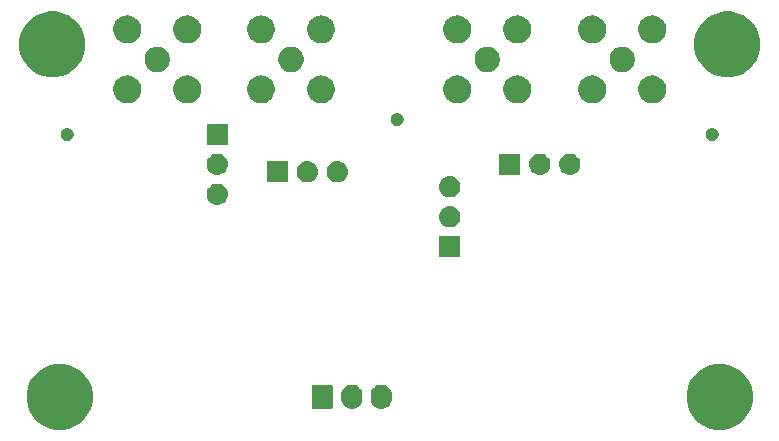
<source format=gbr>
G04 #@! TF.GenerationSoftware,KiCad,Pcbnew,(5.1.2)-2*
G04 #@! TF.CreationDate,2019-07-08T09:46:09+08:00*
G04 #@! TF.ProjectId,active_filter,61637469-7665-45f6-9669-6c7465722e6b,rev?*
G04 #@! TF.SameCoordinates,Original*
G04 #@! TF.FileFunction,Soldermask,Bot*
G04 #@! TF.FilePolarity,Negative*
%FSLAX46Y46*%
G04 Gerber Fmt 4.6, Leading zero omitted, Abs format (unit mm)*
G04 Created by KiCad (PCBNEW (5.1.2)-2) date 2019-07-08 09:46:09*
%MOMM*%
%LPD*%
G04 APERTURE LIST*
%ADD10C,0.100000*%
G04 APERTURE END LIST*
D10*
G36*
X171632021Y-103986640D02*
G01*
X172141769Y-104197785D01*
X172141771Y-104197786D01*
X172600534Y-104504321D01*
X172990679Y-104894466D01*
X173297214Y-105353229D01*
X173297215Y-105353231D01*
X173508360Y-105862979D01*
X173616000Y-106404124D01*
X173616000Y-106955876D01*
X173508360Y-107497021D01*
X173419992Y-107710359D01*
X173297214Y-108006771D01*
X172990679Y-108465534D01*
X172600534Y-108855679D01*
X172141771Y-109162214D01*
X172141770Y-109162215D01*
X172141769Y-109162215D01*
X171632021Y-109373360D01*
X171090876Y-109481000D01*
X170539124Y-109481000D01*
X169997979Y-109373360D01*
X169488231Y-109162215D01*
X169488230Y-109162215D01*
X169488229Y-109162214D01*
X169029466Y-108855679D01*
X168639321Y-108465534D01*
X168332786Y-108006771D01*
X168210008Y-107710359D01*
X168121640Y-107497021D01*
X168014000Y-106955876D01*
X168014000Y-106404124D01*
X168121640Y-105862979D01*
X168332785Y-105353231D01*
X168332786Y-105353229D01*
X168639321Y-104894466D01*
X169029466Y-104504321D01*
X169488229Y-104197786D01*
X169488231Y-104197785D01*
X169997979Y-103986640D01*
X170539124Y-103879000D01*
X171090876Y-103879000D01*
X171632021Y-103986640D01*
X171632021Y-103986640D01*
G37*
G36*
X115752021Y-103986640D02*
G01*
X116261769Y-104197785D01*
X116261771Y-104197786D01*
X116720534Y-104504321D01*
X117110679Y-104894466D01*
X117417214Y-105353229D01*
X117417215Y-105353231D01*
X117628360Y-105862979D01*
X117736000Y-106404124D01*
X117736000Y-106955876D01*
X117628360Y-107497021D01*
X117539992Y-107710359D01*
X117417214Y-108006771D01*
X117110679Y-108465534D01*
X116720534Y-108855679D01*
X116261771Y-109162214D01*
X116261770Y-109162215D01*
X116261769Y-109162215D01*
X115752021Y-109373360D01*
X115210876Y-109481000D01*
X114659124Y-109481000D01*
X114117979Y-109373360D01*
X113608231Y-109162215D01*
X113608230Y-109162215D01*
X113608229Y-109162214D01*
X113149466Y-108855679D01*
X112759321Y-108465534D01*
X112452786Y-108006771D01*
X112330008Y-107710359D01*
X112241640Y-107497021D01*
X112134000Y-106955876D01*
X112134000Y-106404124D01*
X112241640Y-105862979D01*
X112452785Y-105353231D01*
X112452786Y-105353229D01*
X112759321Y-104894466D01*
X113149466Y-104504321D01*
X113608229Y-104197786D01*
X113608231Y-104197785D01*
X114117979Y-103986640D01*
X114659124Y-103879000D01*
X115210876Y-103879000D01*
X115752021Y-103986640D01*
X115752021Y-103986640D01*
G37*
G36*
X142336626Y-105667037D02*
G01*
X142506465Y-105718557D01*
X142506467Y-105718558D01*
X142662989Y-105802221D01*
X142800186Y-105914814D01*
X142883448Y-106016271D01*
X142912778Y-106052009D01*
X142996443Y-106208534D01*
X143047963Y-106378373D01*
X143061000Y-106510742D01*
X143061000Y-106849257D01*
X143047963Y-106981626D01*
X142996443Y-107151466D01*
X142912778Y-107307991D01*
X142883448Y-107343729D01*
X142800186Y-107445186D01*
X142705105Y-107523216D01*
X142662991Y-107557778D01*
X142506466Y-107641443D01*
X142336627Y-107692963D01*
X142160000Y-107710359D01*
X141983374Y-107692963D01*
X141813535Y-107641443D01*
X141657010Y-107557778D01*
X141519815Y-107445185D01*
X141407222Y-107307991D01*
X141323557Y-107151466D01*
X141272037Y-106981627D01*
X141259000Y-106849258D01*
X141259000Y-106510743D01*
X141272037Y-106378374D01*
X141323557Y-106208535D01*
X141407222Y-106052010D01*
X141407223Y-106052009D01*
X141519814Y-105914814D01*
X141638365Y-105817523D01*
X141657009Y-105802222D01*
X141813534Y-105718557D01*
X141983373Y-105667037D01*
X142160000Y-105649641D01*
X142336626Y-105667037D01*
X142336626Y-105667037D01*
G37*
G36*
X139836626Y-105667037D02*
G01*
X140006465Y-105718557D01*
X140006467Y-105718558D01*
X140162989Y-105802221D01*
X140300186Y-105914814D01*
X140383448Y-106016271D01*
X140412778Y-106052009D01*
X140496443Y-106208534D01*
X140547963Y-106378373D01*
X140561000Y-106510742D01*
X140561000Y-106849257D01*
X140547963Y-106981626D01*
X140496443Y-107151466D01*
X140412778Y-107307991D01*
X140383448Y-107343729D01*
X140300186Y-107445186D01*
X140205105Y-107523216D01*
X140162991Y-107557778D01*
X140006466Y-107641443D01*
X139836627Y-107692963D01*
X139660000Y-107710359D01*
X139483374Y-107692963D01*
X139313535Y-107641443D01*
X139157010Y-107557778D01*
X139019815Y-107445185D01*
X138907222Y-107307991D01*
X138823557Y-107151466D01*
X138772037Y-106981627D01*
X138759000Y-106849258D01*
X138759000Y-106510743D01*
X138772037Y-106378374D01*
X138823557Y-106208535D01*
X138907222Y-106052010D01*
X138907223Y-106052009D01*
X139019814Y-105914814D01*
X139138365Y-105817523D01*
X139157009Y-105802222D01*
X139313534Y-105718557D01*
X139483373Y-105667037D01*
X139660000Y-105649641D01*
X139836626Y-105667037D01*
X139836626Y-105667037D01*
G37*
G36*
X137918698Y-105657987D02*
G01*
X137951724Y-105668005D01*
X137982159Y-105684273D01*
X138008835Y-105706165D01*
X138030727Y-105732841D01*
X138046995Y-105763276D01*
X138057013Y-105796302D01*
X138061000Y-105836784D01*
X138061000Y-107523216D01*
X138057013Y-107563698D01*
X138046995Y-107596724D01*
X138030727Y-107627159D01*
X138008835Y-107653835D01*
X137982159Y-107675727D01*
X137951724Y-107691995D01*
X137918698Y-107702013D01*
X137878216Y-107706000D01*
X136441784Y-107706000D01*
X136401302Y-107702013D01*
X136368276Y-107691995D01*
X136337841Y-107675727D01*
X136311165Y-107653835D01*
X136289273Y-107627159D01*
X136273005Y-107596724D01*
X136262987Y-107563698D01*
X136259000Y-107523216D01*
X136259000Y-105836784D01*
X136262987Y-105796302D01*
X136273005Y-105763276D01*
X136289273Y-105732841D01*
X136311165Y-105706165D01*
X136337841Y-105684273D01*
X136368276Y-105668005D01*
X136401302Y-105657987D01*
X136441784Y-105654000D01*
X137878216Y-105654000D01*
X137918698Y-105657987D01*
X137918698Y-105657987D01*
G37*
G36*
X148856000Y-94881000D02*
G01*
X147054000Y-94881000D01*
X147054000Y-93079000D01*
X148856000Y-93079000D01*
X148856000Y-94881000D01*
X148856000Y-94881000D01*
G37*
G36*
X148065443Y-90545519D02*
G01*
X148131627Y-90552037D01*
X148301466Y-90603557D01*
X148457991Y-90687222D01*
X148493729Y-90716552D01*
X148595186Y-90799814D01*
X148678448Y-90901271D01*
X148707778Y-90937009D01*
X148791443Y-91093534D01*
X148842963Y-91263373D01*
X148860359Y-91440000D01*
X148842963Y-91616627D01*
X148791443Y-91786466D01*
X148707778Y-91942991D01*
X148678448Y-91978729D01*
X148595186Y-92080186D01*
X148493729Y-92163448D01*
X148457991Y-92192778D01*
X148301466Y-92276443D01*
X148131627Y-92327963D01*
X148065443Y-92334481D01*
X147999260Y-92341000D01*
X147910740Y-92341000D01*
X147844557Y-92334481D01*
X147778373Y-92327963D01*
X147608534Y-92276443D01*
X147452009Y-92192778D01*
X147416271Y-92163448D01*
X147314814Y-92080186D01*
X147231552Y-91978729D01*
X147202222Y-91942991D01*
X147118557Y-91786466D01*
X147067037Y-91616627D01*
X147049641Y-91440000D01*
X147067037Y-91263373D01*
X147118557Y-91093534D01*
X147202222Y-90937009D01*
X147231552Y-90901271D01*
X147314814Y-90799814D01*
X147416271Y-90716552D01*
X147452009Y-90687222D01*
X147608534Y-90603557D01*
X147778373Y-90552037D01*
X147844557Y-90545519D01*
X147910740Y-90539000D01*
X147999260Y-90539000D01*
X148065443Y-90545519D01*
X148065443Y-90545519D01*
G37*
G36*
X128380443Y-88640519D02*
G01*
X128446627Y-88647037D01*
X128616466Y-88698557D01*
X128772991Y-88782222D01*
X128808729Y-88811552D01*
X128910186Y-88894814D01*
X128993448Y-88996271D01*
X129022778Y-89032009D01*
X129106443Y-89188534D01*
X129157963Y-89358373D01*
X129175359Y-89535000D01*
X129157963Y-89711627D01*
X129106443Y-89881466D01*
X129022778Y-90037991D01*
X128993448Y-90073729D01*
X128910186Y-90175186D01*
X128808729Y-90258448D01*
X128772991Y-90287778D01*
X128616466Y-90371443D01*
X128446627Y-90422963D01*
X128380443Y-90429481D01*
X128314260Y-90436000D01*
X128225740Y-90436000D01*
X128159557Y-90429481D01*
X128093373Y-90422963D01*
X127923534Y-90371443D01*
X127767009Y-90287778D01*
X127731271Y-90258448D01*
X127629814Y-90175186D01*
X127546552Y-90073729D01*
X127517222Y-90037991D01*
X127433557Y-89881466D01*
X127382037Y-89711627D01*
X127364641Y-89535000D01*
X127382037Y-89358373D01*
X127433557Y-89188534D01*
X127517222Y-89032009D01*
X127546552Y-88996271D01*
X127629814Y-88894814D01*
X127731271Y-88811552D01*
X127767009Y-88782222D01*
X127923534Y-88698557D01*
X128093373Y-88647037D01*
X128159557Y-88640519D01*
X128225740Y-88634000D01*
X128314260Y-88634000D01*
X128380443Y-88640519D01*
X128380443Y-88640519D01*
G37*
G36*
X148065443Y-88005519D02*
G01*
X148131627Y-88012037D01*
X148301466Y-88063557D01*
X148457991Y-88147222D01*
X148493729Y-88176552D01*
X148595186Y-88259814D01*
X148678448Y-88361271D01*
X148707778Y-88397009D01*
X148791443Y-88553534D01*
X148842963Y-88723373D01*
X148860359Y-88900000D01*
X148842963Y-89076627D01*
X148791443Y-89246466D01*
X148707778Y-89402991D01*
X148678448Y-89438729D01*
X148595186Y-89540186D01*
X148493729Y-89623448D01*
X148457991Y-89652778D01*
X148301466Y-89736443D01*
X148131627Y-89787963D01*
X148065443Y-89794481D01*
X147999260Y-89801000D01*
X147910740Y-89801000D01*
X147844557Y-89794481D01*
X147778373Y-89787963D01*
X147608534Y-89736443D01*
X147452009Y-89652778D01*
X147416271Y-89623448D01*
X147314814Y-89540186D01*
X147231552Y-89438729D01*
X147202222Y-89402991D01*
X147118557Y-89246466D01*
X147067037Y-89076627D01*
X147049641Y-88900000D01*
X147067037Y-88723373D01*
X147118557Y-88553534D01*
X147202222Y-88397009D01*
X147231552Y-88361271D01*
X147314814Y-88259814D01*
X147416271Y-88176552D01*
X147452009Y-88147222D01*
X147608534Y-88063557D01*
X147778373Y-88012037D01*
X147844557Y-88005519D01*
X147910740Y-87999000D01*
X147999260Y-87999000D01*
X148065443Y-88005519D01*
X148065443Y-88005519D01*
G37*
G36*
X138540442Y-86735518D02*
G01*
X138606627Y-86742037D01*
X138776466Y-86793557D01*
X138932991Y-86877222D01*
X138968729Y-86906552D01*
X139070186Y-86989814D01*
X139153448Y-87091271D01*
X139182778Y-87127009D01*
X139266443Y-87283534D01*
X139317963Y-87453373D01*
X139335359Y-87630000D01*
X139317963Y-87806627D01*
X139266443Y-87976466D01*
X139182778Y-88132991D01*
X139153448Y-88168729D01*
X139070186Y-88270186D01*
X138968729Y-88353448D01*
X138932991Y-88382778D01*
X138776466Y-88466443D01*
X138606627Y-88517963D01*
X138540442Y-88524482D01*
X138474260Y-88531000D01*
X138385740Y-88531000D01*
X138319558Y-88524482D01*
X138253373Y-88517963D01*
X138083534Y-88466443D01*
X137927009Y-88382778D01*
X137891271Y-88353448D01*
X137789814Y-88270186D01*
X137706552Y-88168729D01*
X137677222Y-88132991D01*
X137593557Y-87976466D01*
X137542037Y-87806627D01*
X137524641Y-87630000D01*
X137542037Y-87453373D01*
X137593557Y-87283534D01*
X137677222Y-87127009D01*
X137706552Y-87091271D01*
X137789814Y-86989814D01*
X137891271Y-86906552D01*
X137927009Y-86877222D01*
X138083534Y-86793557D01*
X138253373Y-86742037D01*
X138319558Y-86735518D01*
X138385740Y-86729000D01*
X138474260Y-86729000D01*
X138540442Y-86735518D01*
X138540442Y-86735518D01*
G37*
G36*
X134251000Y-88531000D02*
G01*
X132449000Y-88531000D01*
X132449000Y-86729000D01*
X134251000Y-86729000D01*
X134251000Y-88531000D01*
X134251000Y-88531000D01*
G37*
G36*
X136000442Y-86735518D02*
G01*
X136066627Y-86742037D01*
X136236466Y-86793557D01*
X136392991Y-86877222D01*
X136428729Y-86906552D01*
X136530186Y-86989814D01*
X136613448Y-87091271D01*
X136642778Y-87127009D01*
X136726443Y-87283534D01*
X136777963Y-87453373D01*
X136795359Y-87630000D01*
X136777963Y-87806627D01*
X136726443Y-87976466D01*
X136642778Y-88132991D01*
X136613448Y-88168729D01*
X136530186Y-88270186D01*
X136428729Y-88353448D01*
X136392991Y-88382778D01*
X136236466Y-88466443D01*
X136066627Y-88517963D01*
X136000442Y-88524482D01*
X135934260Y-88531000D01*
X135845740Y-88531000D01*
X135779558Y-88524482D01*
X135713373Y-88517963D01*
X135543534Y-88466443D01*
X135387009Y-88382778D01*
X135351271Y-88353448D01*
X135249814Y-88270186D01*
X135166552Y-88168729D01*
X135137222Y-88132991D01*
X135053557Y-87976466D01*
X135002037Y-87806627D01*
X134984641Y-87630000D01*
X135002037Y-87453373D01*
X135053557Y-87283534D01*
X135137222Y-87127009D01*
X135166552Y-87091271D01*
X135249814Y-86989814D01*
X135351271Y-86906552D01*
X135387009Y-86877222D01*
X135543534Y-86793557D01*
X135713373Y-86742037D01*
X135779558Y-86735518D01*
X135845740Y-86729000D01*
X135934260Y-86729000D01*
X136000442Y-86735518D01*
X136000442Y-86735518D01*
G37*
G36*
X153936000Y-87896000D02*
G01*
X152134000Y-87896000D01*
X152134000Y-86094000D01*
X153936000Y-86094000D01*
X153936000Y-87896000D01*
X153936000Y-87896000D01*
G37*
G36*
X158225442Y-86100518D02*
G01*
X158291627Y-86107037D01*
X158461466Y-86158557D01*
X158617991Y-86242222D01*
X158653729Y-86271552D01*
X158755186Y-86354814D01*
X158838448Y-86456271D01*
X158867778Y-86492009D01*
X158951443Y-86648534D01*
X159002963Y-86818373D01*
X159020359Y-86995000D01*
X159002963Y-87171627D01*
X158951443Y-87341466D01*
X158867778Y-87497991D01*
X158838448Y-87533729D01*
X158755186Y-87635186D01*
X158653729Y-87718448D01*
X158617991Y-87747778D01*
X158461466Y-87831443D01*
X158291627Y-87882963D01*
X158225443Y-87889481D01*
X158159260Y-87896000D01*
X158070740Y-87896000D01*
X158004557Y-87889481D01*
X157938373Y-87882963D01*
X157768534Y-87831443D01*
X157612009Y-87747778D01*
X157576271Y-87718448D01*
X157474814Y-87635186D01*
X157391552Y-87533729D01*
X157362222Y-87497991D01*
X157278557Y-87341466D01*
X157227037Y-87171627D01*
X157209641Y-86995000D01*
X157227037Y-86818373D01*
X157278557Y-86648534D01*
X157362222Y-86492009D01*
X157391552Y-86456271D01*
X157474814Y-86354814D01*
X157576271Y-86271552D01*
X157612009Y-86242222D01*
X157768534Y-86158557D01*
X157938373Y-86107037D01*
X158004558Y-86100518D01*
X158070740Y-86094000D01*
X158159260Y-86094000D01*
X158225442Y-86100518D01*
X158225442Y-86100518D01*
G37*
G36*
X155685442Y-86100518D02*
G01*
X155751627Y-86107037D01*
X155921466Y-86158557D01*
X156077991Y-86242222D01*
X156113729Y-86271552D01*
X156215186Y-86354814D01*
X156298448Y-86456271D01*
X156327778Y-86492009D01*
X156411443Y-86648534D01*
X156462963Y-86818373D01*
X156480359Y-86995000D01*
X156462963Y-87171627D01*
X156411443Y-87341466D01*
X156327778Y-87497991D01*
X156298448Y-87533729D01*
X156215186Y-87635186D01*
X156113729Y-87718448D01*
X156077991Y-87747778D01*
X155921466Y-87831443D01*
X155751627Y-87882963D01*
X155685443Y-87889481D01*
X155619260Y-87896000D01*
X155530740Y-87896000D01*
X155464557Y-87889481D01*
X155398373Y-87882963D01*
X155228534Y-87831443D01*
X155072009Y-87747778D01*
X155036271Y-87718448D01*
X154934814Y-87635186D01*
X154851552Y-87533729D01*
X154822222Y-87497991D01*
X154738557Y-87341466D01*
X154687037Y-87171627D01*
X154669641Y-86995000D01*
X154687037Y-86818373D01*
X154738557Y-86648534D01*
X154822222Y-86492009D01*
X154851552Y-86456271D01*
X154934814Y-86354814D01*
X155036271Y-86271552D01*
X155072009Y-86242222D01*
X155228534Y-86158557D01*
X155398373Y-86107037D01*
X155464558Y-86100518D01*
X155530740Y-86094000D01*
X155619260Y-86094000D01*
X155685442Y-86100518D01*
X155685442Y-86100518D01*
G37*
G36*
X128380442Y-86100518D02*
G01*
X128446627Y-86107037D01*
X128616466Y-86158557D01*
X128772991Y-86242222D01*
X128808729Y-86271552D01*
X128910186Y-86354814D01*
X128993448Y-86456271D01*
X129022778Y-86492009D01*
X129106443Y-86648534D01*
X129157963Y-86818373D01*
X129175359Y-86995000D01*
X129157963Y-87171627D01*
X129106443Y-87341466D01*
X129022778Y-87497991D01*
X128993448Y-87533729D01*
X128910186Y-87635186D01*
X128808729Y-87718448D01*
X128772991Y-87747778D01*
X128616466Y-87831443D01*
X128446627Y-87882963D01*
X128380443Y-87889481D01*
X128314260Y-87896000D01*
X128225740Y-87896000D01*
X128159557Y-87889481D01*
X128093373Y-87882963D01*
X127923534Y-87831443D01*
X127767009Y-87747778D01*
X127731271Y-87718448D01*
X127629814Y-87635186D01*
X127546552Y-87533729D01*
X127517222Y-87497991D01*
X127433557Y-87341466D01*
X127382037Y-87171627D01*
X127364641Y-86995000D01*
X127382037Y-86818373D01*
X127433557Y-86648534D01*
X127517222Y-86492009D01*
X127546552Y-86456271D01*
X127629814Y-86354814D01*
X127731271Y-86271552D01*
X127767009Y-86242222D01*
X127923534Y-86158557D01*
X128093373Y-86107037D01*
X128159558Y-86100518D01*
X128225740Y-86094000D01*
X128314260Y-86094000D01*
X128380442Y-86100518D01*
X128380442Y-86100518D01*
G37*
G36*
X129171000Y-85356000D02*
G01*
X127369000Y-85356000D01*
X127369000Y-83554000D01*
X129171000Y-83554000D01*
X129171000Y-85356000D01*
X129171000Y-85356000D01*
G37*
G36*
X170340721Y-83925174D02*
G01*
X170440995Y-83966709D01*
X170440996Y-83966710D01*
X170531242Y-84027010D01*
X170607990Y-84103758D01*
X170607991Y-84103760D01*
X170668291Y-84194005D01*
X170709826Y-84294279D01*
X170731000Y-84400730D01*
X170731000Y-84509270D01*
X170709826Y-84615721D01*
X170668291Y-84715995D01*
X170668290Y-84715996D01*
X170607990Y-84806242D01*
X170531242Y-84882990D01*
X170485812Y-84913345D01*
X170440995Y-84943291D01*
X170340721Y-84984826D01*
X170234270Y-85006000D01*
X170125730Y-85006000D01*
X170019279Y-84984826D01*
X169919005Y-84943291D01*
X169874188Y-84913345D01*
X169828758Y-84882990D01*
X169752010Y-84806242D01*
X169691710Y-84715996D01*
X169691709Y-84715995D01*
X169650174Y-84615721D01*
X169629000Y-84509270D01*
X169629000Y-84400730D01*
X169650174Y-84294279D01*
X169691709Y-84194005D01*
X169752009Y-84103760D01*
X169752010Y-84103758D01*
X169828758Y-84027010D01*
X169919004Y-83966710D01*
X169919005Y-83966709D01*
X170019279Y-83925174D01*
X170125730Y-83904000D01*
X170234270Y-83904000D01*
X170340721Y-83925174D01*
X170340721Y-83925174D01*
G37*
G36*
X115730721Y-83925174D02*
G01*
X115830995Y-83966709D01*
X115830996Y-83966710D01*
X115921242Y-84027010D01*
X115997990Y-84103758D01*
X115997991Y-84103760D01*
X116058291Y-84194005D01*
X116099826Y-84294279D01*
X116121000Y-84400730D01*
X116121000Y-84509270D01*
X116099826Y-84615721D01*
X116058291Y-84715995D01*
X116058290Y-84715996D01*
X115997990Y-84806242D01*
X115921242Y-84882990D01*
X115875812Y-84913345D01*
X115830995Y-84943291D01*
X115730721Y-84984826D01*
X115624270Y-85006000D01*
X115515730Y-85006000D01*
X115409279Y-84984826D01*
X115309005Y-84943291D01*
X115264188Y-84913345D01*
X115218758Y-84882990D01*
X115142010Y-84806242D01*
X115081710Y-84715996D01*
X115081709Y-84715995D01*
X115040174Y-84615721D01*
X115019000Y-84509270D01*
X115019000Y-84400730D01*
X115040174Y-84294279D01*
X115081709Y-84194005D01*
X115142009Y-84103760D01*
X115142010Y-84103758D01*
X115218758Y-84027010D01*
X115309004Y-83966710D01*
X115309005Y-83966709D01*
X115409279Y-83925174D01*
X115515730Y-83904000D01*
X115624270Y-83904000D01*
X115730721Y-83925174D01*
X115730721Y-83925174D01*
G37*
G36*
X143670721Y-82655174D02*
G01*
X143770995Y-82696709D01*
X143770996Y-82696710D01*
X143861242Y-82757010D01*
X143937990Y-82833758D01*
X143937991Y-82833760D01*
X143998291Y-82924005D01*
X144039826Y-83024279D01*
X144061000Y-83130730D01*
X144061000Y-83239270D01*
X144039826Y-83345721D01*
X143998291Y-83445995D01*
X143998290Y-83445996D01*
X143937990Y-83536242D01*
X143861242Y-83612990D01*
X143815812Y-83643345D01*
X143770995Y-83673291D01*
X143670721Y-83714826D01*
X143564270Y-83736000D01*
X143455730Y-83736000D01*
X143349279Y-83714826D01*
X143249005Y-83673291D01*
X143204188Y-83643345D01*
X143158758Y-83612990D01*
X143082010Y-83536242D01*
X143021710Y-83445996D01*
X143021709Y-83445995D01*
X142980174Y-83345721D01*
X142959000Y-83239270D01*
X142959000Y-83130730D01*
X142980174Y-83024279D01*
X143021709Y-82924005D01*
X143082009Y-82833760D01*
X143082010Y-82833758D01*
X143158758Y-82757010D01*
X143249004Y-82696710D01*
X143249005Y-82696709D01*
X143349279Y-82655174D01*
X143455730Y-82634000D01*
X143564270Y-82634000D01*
X143670721Y-82655174D01*
X143670721Y-82655174D01*
G37*
G36*
X148781560Y-79484064D02*
G01*
X148933027Y-79514193D01*
X149147045Y-79602842D01*
X149147046Y-79602843D01*
X149339654Y-79731539D01*
X149503461Y-79895346D01*
X149589258Y-80023751D01*
X149632158Y-80087955D01*
X149720807Y-80301973D01*
X149766000Y-80529174D01*
X149766000Y-80760826D01*
X149720807Y-80988027D01*
X149632158Y-81202045D01*
X149632157Y-81202046D01*
X149503461Y-81394654D01*
X149339654Y-81558461D01*
X149211249Y-81644258D01*
X149147045Y-81687158D01*
X148933027Y-81775807D01*
X148781560Y-81805936D01*
X148705827Y-81821000D01*
X148474173Y-81821000D01*
X148398440Y-81805936D01*
X148246973Y-81775807D01*
X148032955Y-81687158D01*
X147968751Y-81644258D01*
X147840346Y-81558461D01*
X147676539Y-81394654D01*
X147547843Y-81202046D01*
X147547842Y-81202045D01*
X147459193Y-80988027D01*
X147414000Y-80760826D01*
X147414000Y-80529174D01*
X147459193Y-80301973D01*
X147547842Y-80087955D01*
X147590742Y-80023751D01*
X147676539Y-79895346D01*
X147840346Y-79731539D01*
X148032954Y-79602843D01*
X148032955Y-79602842D01*
X148246973Y-79514193D01*
X148398440Y-79484064D01*
X148474173Y-79469000D01*
X148705827Y-79469000D01*
X148781560Y-79484064D01*
X148781560Y-79484064D01*
G37*
G36*
X153861560Y-79484064D02*
G01*
X154013027Y-79514193D01*
X154227045Y-79602842D01*
X154227046Y-79602843D01*
X154419654Y-79731539D01*
X154583461Y-79895346D01*
X154669258Y-80023751D01*
X154712158Y-80087955D01*
X154800807Y-80301973D01*
X154846000Y-80529174D01*
X154846000Y-80760826D01*
X154800807Y-80988027D01*
X154712158Y-81202045D01*
X154712157Y-81202046D01*
X154583461Y-81394654D01*
X154419654Y-81558461D01*
X154291249Y-81644258D01*
X154227045Y-81687158D01*
X154013027Y-81775807D01*
X153861560Y-81805936D01*
X153785827Y-81821000D01*
X153554173Y-81821000D01*
X153478440Y-81805936D01*
X153326973Y-81775807D01*
X153112955Y-81687158D01*
X153048751Y-81644258D01*
X152920346Y-81558461D01*
X152756539Y-81394654D01*
X152627843Y-81202046D01*
X152627842Y-81202045D01*
X152539193Y-80988027D01*
X152494000Y-80760826D01*
X152494000Y-80529174D01*
X152539193Y-80301973D01*
X152627842Y-80087955D01*
X152670742Y-80023751D01*
X152756539Y-79895346D01*
X152920346Y-79731539D01*
X153112954Y-79602843D01*
X153112955Y-79602842D01*
X153326973Y-79514193D01*
X153478440Y-79484064D01*
X153554173Y-79469000D01*
X153785827Y-79469000D01*
X153861560Y-79484064D01*
X153861560Y-79484064D01*
G37*
G36*
X125921560Y-79484064D02*
G01*
X126073027Y-79514193D01*
X126287045Y-79602842D01*
X126287046Y-79602843D01*
X126479654Y-79731539D01*
X126643461Y-79895346D01*
X126729258Y-80023751D01*
X126772158Y-80087955D01*
X126860807Y-80301973D01*
X126906000Y-80529174D01*
X126906000Y-80760826D01*
X126860807Y-80988027D01*
X126772158Y-81202045D01*
X126772157Y-81202046D01*
X126643461Y-81394654D01*
X126479654Y-81558461D01*
X126351249Y-81644258D01*
X126287045Y-81687158D01*
X126073027Y-81775807D01*
X125921560Y-81805936D01*
X125845827Y-81821000D01*
X125614173Y-81821000D01*
X125538440Y-81805936D01*
X125386973Y-81775807D01*
X125172955Y-81687158D01*
X125108751Y-81644258D01*
X124980346Y-81558461D01*
X124816539Y-81394654D01*
X124687843Y-81202046D01*
X124687842Y-81202045D01*
X124599193Y-80988027D01*
X124554000Y-80760826D01*
X124554000Y-80529174D01*
X124599193Y-80301973D01*
X124687842Y-80087955D01*
X124730742Y-80023751D01*
X124816539Y-79895346D01*
X124980346Y-79731539D01*
X125172954Y-79602843D01*
X125172955Y-79602842D01*
X125386973Y-79514193D01*
X125538440Y-79484064D01*
X125614173Y-79469000D01*
X125845827Y-79469000D01*
X125921560Y-79484064D01*
X125921560Y-79484064D01*
G37*
G36*
X120841560Y-79484064D02*
G01*
X120993027Y-79514193D01*
X121207045Y-79602842D01*
X121207046Y-79602843D01*
X121399654Y-79731539D01*
X121563461Y-79895346D01*
X121649258Y-80023751D01*
X121692158Y-80087955D01*
X121780807Y-80301973D01*
X121826000Y-80529174D01*
X121826000Y-80760826D01*
X121780807Y-80988027D01*
X121692158Y-81202045D01*
X121692157Y-81202046D01*
X121563461Y-81394654D01*
X121399654Y-81558461D01*
X121271249Y-81644258D01*
X121207045Y-81687158D01*
X120993027Y-81775807D01*
X120841560Y-81805936D01*
X120765827Y-81821000D01*
X120534173Y-81821000D01*
X120458440Y-81805936D01*
X120306973Y-81775807D01*
X120092955Y-81687158D01*
X120028751Y-81644258D01*
X119900346Y-81558461D01*
X119736539Y-81394654D01*
X119607843Y-81202046D01*
X119607842Y-81202045D01*
X119519193Y-80988027D01*
X119474000Y-80760826D01*
X119474000Y-80529174D01*
X119519193Y-80301973D01*
X119607842Y-80087955D01*
X119650742Y-80023751D01*
X119736539Y-79895346D01*
X119900346Y-79731539D01*
X120092954Y-79602843D01*
X120092955Y-79602842D01*
X120306973Y-79514193D01*
X120458440Y-79484064D01*
X120534173Y-79469000D01*
X120765827Y-79469000D01*
X120841560Y-79484064D01*
X120841560Y-79484064D01*
G37*
G36*
X132176561Y-79484064D02*
G01*
X132328028Y-79514193D01*
X132542046Y-79602842D01*
X132542047Y-79602843D01*
X132734655Y-79731539D01*
X132898462Y-79895346D01*
X132984259Y-80023751D01*
X133027159Y-80087955D01*
X133115808Y-80301973D01*
X133161001Y-80529174D01*
X133161001Y-80760826D01*
X133115808Y-80988027D01*
X133027159Y-81202045D01*
X133027158Y-81202046D01*
X132898462Y-81394654D01*
X132734655Y-81558461D01*
X132606250Y-81644258D01*
X132542046Y-81687158D01*
X132328028Y-81775807D01*
X132176561Y-81805936D01*
X132100828Y-81821000D01*
X131869174Y-81821000D01*
X131793441Y-81805936D01*
X131641974Y-81775807D01*
X131427956Y-81687158D01*
X131363752Y-81644258D01*
X131235347Y-81558461D01*
X131071540Y-81394654D01*
X130942844Y-81202046D01*
X130942843Y-81202045D01*
X130854194Y-80988027D01*
X130809001Y-80760826D01*
X130809001Y-80529174D01*
X130854194Y-80301973D01*
X130942843Y-80087955D01*
X130985743Y-80023751D01*
X131071540Y-79895346D01*
X131235347Y-79731539D01*
X131427955Y-79602843D01*
X131427956Y-79602842D01*
X131641974Y-79514193D01*
X131793441Y-79484064D01*
X131869174Y-79469000D01*
X132100828Y-79469000D01*
X132176561Y-79484064D01*
X132176561Y-79484064D01*
G37*
G36*
X137256561Y-79484064D02*
G01*
X137408028Y-79514193D01*
X137622046Y-79602842D01*
X137622047Y-79602843D01*
X137814655Y-79731539D01*
X137978462Y-79895346D01*
X138064259Y-80023751D01*
X138107159Y-80087955D01*
X138195808Y-80301973D01*
X138241001Y-80529174D01*
X138241001Y-80760826D01*
X138195808Y-80988027D01*
X138107159Y-81202045D01*
X138107158Y-81202046D01*
X137978462Y-81394654D01*
X137814655Y-81558461D01*
X137686250Y-81644258D01*
X137622046Y-81687158D01*
X137408028Y-81775807D01*
X137256561Y-81805936D01*
X137180828Y-81821000D01*
X136949174Y-81821000D01*
X136873441Y-81805936D01*
X136721974Y-81775807D01*
X136507956Y-81687158D01*
X136443752Y-81644258D01*
X136315347Y-81558461D01*
X136151540Y-81394654D01*
X136022844Y-81202046D01*
X136022843Y-81202045D01*
X135934194Y-80988027D01*
X135889001Y-80760826D01*
X135889001Y-80529174D01*
X135934194Y-80301973D01*
X136022843Y-80087955D01*
X136065743Y-80023751D01*
X136151540Y-79895346D01*
X136315347Y-79731539D01*
X136507955Y-79602843D01*
X136507956Y-79602842D01*
X136721974Y-79514193D01*
X136873441Y-79484064D01*
X136949174Y-79469000D01*
X137180828Y-79469000D01*
X137256561Y-79484064D01*
X137256561Y-79484064D01*
G37*
G36*
X160211560Y-79484064D02*
G01*
X160363027Y-79514193D01*
X160577045Y-79602842D01*
X160577046Y-79602843D01*
X160769654Y-79731539D01*
X160933461Y-79895346D01*
X161019258Y-80023751D01*
X161062158Y-80087955D01*
X161150807Y-80301973D01*
X161196000Y-80529174D01*
X161196000Y-80760826D01*
X161150807Y-80988027D01*
X161062158Y-81202045D01*
X161062157Y-81202046D01*
X160933461Y-81394654D01*
X160769654Y-81558461D01*
X160641249Y-81644258D01*
X160577045Y-81687158D01*
X160363027Y-81775807D01*
X160211560Y-81805936D01*
X160135827Y-81821000D01*
X159904173Y-81821000D01*
X159828440Y-81805936D01*
X159676973Y-81775807D01*
X159462955Y-81687158D01*
X159398751Y-81644258D01*
X159270346Y-81558461D01*
X159106539Y-81394654D01*
X158977843Y-81202046D01*
X158977842Y-81202045D01*
X158889193Y-80988027D01*
X158844000Y-80760826D01*
X158844000Y-80529174D01*
X158889193Y-80301973D01*
X158977842Y-80087955D01*
X159020742Y-80023751D01*
X159106539Y-79895346D01*
X159270346Y-79731539D01*
X159462954Y-79602843D01*
X159462955Y-79602842D01*
X159676973Y-79514193D01*
X159828440Y-79484064D01*
X159904173Y-79469000D01*
X160135827Y-79469000D01*
X160211560Y-79484064D01*
X160211560Y-79484064D01*
G37*
G36*
X165291560Y-79484064D02*
G01*
X165443027Y-79514193D01*
X165657045Y-79602842D01*
X165657046Y-79602843D01*
X165849654Y-79731539D01*
X166013461Y-79895346D01*
X166099258Y-80023751D01*
X166142158Y-80087955D01*
X166230807Y-80301973D01*
X166276000Y-80529174D01*
X166276000Y-80760826D01*
X166230807Y-80988027D01*
X166142158Y-81202045D01*
X166142157Y-81202046D01*
X166013461Y-81394654D01*
X165849654Y-81558461D01*
X165721249Y-81644258D01*
X165657045Y-81687158D01*
X165443027Y-81775807D01*
X165291560Y-81805936D01*
X165215827Y-81821000D01*
X164984173Y-81821000D01*
X164908440Y-81805936D01*
X164756973Y-81775807D01*
X164542955Y-81687158D01*
X164478751Y-81644258D01*
X164350346Y-81558461D01*
X164186539Y-81394654D01*
X164057843Y-81202046D01*
X164057842Y-81202045D01*
X163969193Y-80988027D01*
X163924000Y-80760826D01*
X163924000Y-80529174D01*
X163969193Y-80301973D01*
X164057842Y-80087955D01*
X164100742Y-80023751D01*
X164186539Y-79895346D01*
X164350346Y-79731539D01*
X164542954Y-79602843D01*
X164542955Y-79602842D01*
X164756973Y-79514193D01*
X164908440Y-79484064D01*
X164984173Y-79469000D01*
X165215827Y-79469000D01*
X165291560Y-79484064D01*
X165291560Y-79484064D01*
G37*
G36*
X172267021Y-74141640D02*
G01*
X172776769Y-74352785D01*
X172776771Y-74352786D01*
X173235534Y-74659321D01*
X173625679Y-75049466D01*
X173932214Y-75508229D01*
X173932215Y-75508231D01*
X174143360Y-76017979D01*
X174251000Y-76559124D01*
X174251000Y-77110876D01*
X174143360Y-77652021D01*
X173932215Y-78161769D01*
X173932214Y-78161771D01*
X173625679Y-78620534D01*
X173235534Y-79010679D01*
X172776771Y-79317214D01*
X172776770Y-79317215D01*
X172776769Y-79317215D01*
X172267021Y-79528360D01*
X171725876Y-79636000D01*
X171174124Y-79636000D01*
X170632979Y-79528360D01*
X170123231Y-79317215D01*
X170123230Y-79317215D01*
X170123229Y-79317214D01*
X169664466Y-79010679D01*
X169274321Y-78620534D01*
X168967786Y-78161771D01*
X168967785Y-78161769D01*
X168756640Y-77652021D01*
X168649000Y-77110876D01*
X168649000Y-76559124D01*
X168756640Y-76017979D01*
X168967785Y-75508231D01*
X168967786Y-75508229D01*
X169274321Y-75049466D01*
X169664466Y-74659321D01*
X170123229Y-74352786D01*
X170123231Y-74352785D01*
X170632979Y-74141640D01*
X171174124Y-74034000D01*
X171725876Y-74034000D01*
X172267021Y-74141640D01*
X172267021Y-74141640D01*
G37*
G36*
X115117021Y-74141640D02*
G01*
X115626769Y-74352785D01*
X115626771Y-74352786D01*
X116085534Y-74659321D01*
X116475679Y-75049466D01*
X116782214Y-75508229D01*
X116782215Y-75508231D01*
X116993360Y-76017979D01*
X117101000Y-76559124D01*
X117101000Y-77110876D01*
X116993360Y-77652021D01*
X116782215Y-78161769D01*
X116782214Y-78161771D01*
X116475679Y-78620534D01*
X116085534Y-79010679D01*
X115626771Y-79317214D01*
X115626770Y-79317215D01*
X115626769Y-79317215D01*
X115117021Y-79528360D01*
X114575876Y-79636000D01*
X114024124Y-79636000D01*
X113482979Y-79528360D01*
X112973231Y-79317215D01*
X112973230Y-79317215D01*
X112973229Y-79317214D01*
X112514466Y-79010679D01*
X112124321Y-78620534D01*
X111817786Y-78161771D01*
X111817785Y-78161769D01*
X111606640Y-77652021D01*
X111499000Y-77110876D01*
X111499000Y-76559124D01*
X111606640Y-76017979D01*
X111817785Y-75508231D01*
X111817786Y-75508229D01*
X112124321Y-75049466D01*
X112514466Y-74659321D01*
X112973229Y-74352786D01*
X112973231Y-74352785D01*
X113482979Y-74141640D01*
X114024124Y-74034000D01*
X114575876Y-74034000D01*
X115117021Y-74141640D01*
X115117021Y-74141640D01*
G37*
G36*
X134700272Y-77042783D02*
G01*
X134838859Y-77070350D01*
X135034678Y-77151461D01*
X135210911Y-77269216D01*
X135360785Y-77419090D01*
X135478540Y-77595323D01*
X135559651Y-77791142D01*
X135601001Y-77999023D01*
X135601001Y-78210977D01*
X135559651Y-78418858D01*
X135478540Y-78614677D01*
X135360785Y-78790910D01*
X135210911Y-78940784D01*
X135034678Y-79058539D01*
X134838859Y-79139650D01*
X134700272Y-79167217D01*
X134630979Y-79181000D01*
X134419023Y-79181000D01*
X134349730Y-79167217D01*
X134211143Y-79139650D01*
X134015324Y-79058539D01*
X133839091Y-78940784D01*
X133689217Y-78790910D01*
X133571462Y-78614677D01*
X133490351Y-78418858D01*
X133449001Y-78210977D01*
X133449001Y-77999023D01*
X133490351Y-77791142D01*
X133571462Y-77595323D01*
X133689217Y-77419090D01*
X133839091Y-77269216D01*
X134015324Y-77151461D01*
X134211143Y-77070350D01*
X134349730Y-77042783D01*
X134419023Y-77029000D01*
X134630979Y-77029000D01*
X134700272Y-77042783D01*
X134700272Y-77042783D01*
G37*
G36*
X123365271Y-77042783D02*
G01*
X123503858Y-77070350D01*
X123699677Y-77151461D01*
X123875910Y-77269216D01*
X124025784Y-77419090D01*
X124143539Y-77595323D01*
X124224650Y-77791142D01*
X124266000Y-77999023D01*
X124266000Y-78210977D01*
X124224650Y-78418858D01*
X124143539Y-78614677D01*
X124025784Y-78790910D01*
X123875910Y-78940784D01*
X123699677Y-79058539D01*
X123503858Y-79139650D01*
X123365271Y-79167217D01*
X123295978Y-79181000D01*
X123084022Y-79181000D01*
X123014729Y-79167217D01*
X122876142Y-79139650D01*
X122680323Y-79058539D01*
X122504090Y-78940784D01*
X122354216Y-78790910D01*
X122236461Y-78614677D01*
X122155350Y-78418858D01*
X122114000Y-78210977D01*
X122114000Y-77999023D01*
X122155350Y-77791142D01*
X122236461Y-77595323D01*
X122354216Y-77419090D01*
X122504090Y-77269216D01*
X122680323Y-77151461D01*
X122876142Y-77070350D01*
X123014729Y-77042783D01*
X123084022Y-77029000D01*
X123295978Y-77029000D01*
X123365271Y-77042783D01*
X123365271Y-77042783D01*
G37*
G36*
X162735271Y-77042783D02*
G01*
X162873858Y-77070350D01*
X163069677Y-77151461D01*
X163245910Y-77269216D01*
X163395784Y-77419090D01*
X163513539Y-77595323D01*
X163594650Y-77791142D01*
X163636000Y-77999023D01*
X163636000Y-78210977D01*
X163594650Y-78418858D01*
X163513539Y-78614677D01*
X163395784Y-78790910D01*
X163245910Y-78940784D01*
X163069677Y-79058539D01*
X162873858Y-79139650D01*
X162735271Y-79167217D01*
X162665978Y-79181000D01*
X162454022Y-79181000D01*
X162384729Y-79167217D01*
X162246142Y-79139650D01*
X162050323Y-79058539D01*
X161874090Y-78940784D01*
X161724216Y-78790910D01*
X161606461Y-78614677D01*
X161525350Y-78418858D01*
X161484000Y-78210977D01*
X161484000Y-77999023D01*
X161525350Y-77791142D01*
X161606461Y-77595323D01*
X161724216Y-77419090D01*
X161874090Y-77269216D01*
X162050323Y-77151461D01*
X162246142Y-77070350D01*
X162384729Y-77042783D01*
X162454022Y-77029000D01*
X162665978Y-77029000D01*
X162735271Y-77042783D01*
X162735271Y-77042783D01*
G37*
G36*
X151305271Y-77042783D02*
G01*
X151443858Y-77070350D01*
X151639677Y-77151461D01*
X151815910Y-77269216D01*
X151965784Y-77419090D01*
X152083539Y-77595323D01*
X152164650Y-77791142D01*
X152206000Y-77999023D01*
X152206000Y-78210977D01*
X152164650Y-78418858D01*
X152083539Y-78614677D01*
X151965784Y-78790910D01*
X151815910Y-78940784D01*
X151639677Y-79058539D01*
X151443858Y-79139650D01*
X151305271Y-79167217D01*
X151235978Y-79181000D01*
X151024022Y-79181000D01*
X150954729Y-79167217D01*
X150816142Y-79139650D01*
X150620323Y-79058539D01*
X150444090Y-78940784D01*
X150294216Y-78790910D01*
X150176461Y-78614677D01*
X150095350Y-78418858D01*
X150054000Y-78210977D01*
X150054000Y-77999023D01*
X150095350Y-77791142D01*
X150176461Y-77595323D01*
X150294216Y-77419090D01*
X150444090Y-77269216D01*
X150620323Y-77151461D01*
X150816142Y-77070350D01*
X150954729Y-77042783D01*
X151024022Y-77029000D01*
X151235978Y-77029000D01*
X151305271Y-77042783D01*
X151305271Y-77042783D01*
G37*
G36*
X132176561Y-74404064D02*
G01*
X132328028Y-74434193D01*
X132542046Y-74522842D01*
X132542047Y-74522843D01*
X132734655Y-74651539D01*
X132898462Y-74815346D01*
X132984259Y-74943751D01*
X133027159Y-75007955D01*
X133115808Y-75221973D01*
X133161001Y-75449174D01*
X133161001Y-75680826D01*
X133115808Y-75908027D01*
X133027159Y-76122045D01*
X133027158Y-76122046D01*
X132898462Y-76314654D01*
X132734655Y-76478461D01*
X132613934Y-76559124D01*
X132542046Y-76607158D01*
X132328028Y-76695807D01*
X132176561Y-76725936D01*
X132100828Y-76741000D01*
X131869174Y-76741000D01*
X131793441Y-76725936D01*
X131641974Y-76695807D01*
X131427956Y-76607158D01*
X131356068Y-76559124D01*
X131235347Y-76478461D01*
X131071540Y-76314654D01*
X130942844Y-76122046D01*
X130942843Y-76122045D01*
X130854194Y-75908027D01*
X130809001Y-75680826D01*
X130809001Y-75449174D01*
X130854194Y-75221973D01*
X130942843Y-75007955D01*
X130985743Y-74943751D01*
X131071540Y-74815346D01*
X131235347Y-74651539D01*
X131427955Y-74522843D01*
X131427956Y-74522842D01*
X131641974Y-74434193D01*
X131793441Y-74404064D01*
X131869174Y-74389000D01*
X132100828Y-74389000D01*
X132176561Y-74404064D01*
X132176561Y-74404064D01*
G37*
G36*
X137256561Y-74404064D02*
G01*
X137408028Y-74434193D01*
X137622046Y-74522842D01*
X137622047Y-74522843D01*
X137814655Y-74651539D01*
X137978462Y-74815346D01*
X138064259Y-74943751D01*
X138107159Y-75007955D01*
X138195808Y-75221973D01*
X138241001Y-75449174D01*
X138241001Y-75680826D01*
X138195808Y-75908027D01*
X138107159Y-76122045D01*
X138107158Y-76122046D01*
X137978462Y-76314654D01*
X137814655Y-76478461D01*
X137693934Y-76559124D01*
X137622046Y-76607158D01*
X137408028Y-76695807D01*
X137256561Y-76725936D01*
X137180828Y-76741000D01*
X136949174Y-76741000D01*
X136873441Y-76725936D01*
X136721974Y-76695807D01*
X136507956Y-76607158D01*
X136436068Y-76559124D01*
X136315347Y-76478461D01*
X136151540Y-76314654D01*
X136022844Y-76122046D01*
X136022843Y-76122045D01*
X135934194Y-75908027D01*
X135889001Y-75680826D01*
X135889001Y-75449174D01*
X135934194Y-75221973D01*
X136022843Y-75007955D01*
X136065743Y-74943751D01*
X136151540Y-74815346D01*
X136315347Y-74651539D01*
X136507955Y-74522843D01*
X136507956Y-74522842D01*
X136721974Y-74434193D01*
X136873441Y-74404064D01*
X136949174Y-74389000D01*
X137180828Y-74389000D01*
X137256561Y-74404064D01*
X137256561Y-74404064D01*
G37*
G36*
X153861560Y-74404064D02*
G01*
X154013027Y-74434193D01*
X154227045Y-74522842D01*
X154227046Y-74522843D01*
X154419654Y-74651539D01*
X154583461Y-74815346D01*
X154669258Y-74943751D01*
X154712158Y-75007955D01*
X154800807Y-75221973D01*
X154846000Y-75449174D01*
X154846000Y-75680826D01*
X154800807Y-75908027D01*
X154712158Y-76122045D01*
X154712157Y-76122046D01*
X154583461Y-76314654D01*
X154419654Y-76478461D01*
X154298933Y-76559124D01*
X154227045Y-76607158D01*
X154013027Y-76695807D01*
X153861560Y-76725936D01*
X153785827Y-76741000D01*
X153554173Y-76741000D01*
X153478440Y-76725936D01*
X153326973Y-76695807D01*
X153112955Y-76607158D01*
X153041067Y-76559124D01*
X152920346Y-76478461D01*
X152756539Y-76314654D01*
X152627843Y-76122046D01*
X152627842Y-76122045D01*
X152539193Y-75908027D01*
X152494000Y-75680826D01*
X152494000Y-75449174D01*
X152539193Y-75221973D01*
X152627842Y-75007955D01*
X152670742Y-74943751D01*
X152756539Y-74815346D01*
X152920346Y-74651539D01*
X153112954Y-74522843D01*
X153112955Y-74522842D01*
X153326973Y-74434193D01*
X153478440Y-74404064D01*
X153554173Y-74389000D01*
X153785827Y-74389000D01*
X153861560Y-74404064D01*
X153861560Y-74404064D01*
G37*
G36*
X148781560Y-74404064D02*
G01*
X148933027Y-74434193D01*
X149147045Y-74522842D01*
X149147046Y-74522843D01*
X149339654Y-74651539D01*
X149503461Y-74815346D01*
X149589258Y-74943751D01*
X149632158Y-75007955D01*
X149720807Y-75221973D01*
X149766000Y-75449174D01*
X149766000Y-75680826D01*
X149720807Y-75908027D01*
X149632158Y-76122045D01*
X149632157Y-76122046D01*
X149503461Y-76314654D01*
X149339654Y-76478461D01*
X149218933Y-76559124D01*
X149147045Y-76607158D01*
X148933027Y-76695807D01*
X148781560Y-76725936D01*
X148705827Y-76741000D01*
X148474173Y-76741000D01*
X148398440Y-76725936D01*
X148246973Y-76695807D01*
X148032955Y-76607158D01*
X147961067Y-76559124D01*
X147840346Y-76478461D01*
X147676539Y-76314654D01*
X147547843Y-76122046D01*
X147547842Y-76122045D01*
X147459193Y-75908027D01*
X147414000Y-75680826D01*
X147414000Y-75449174D01*
X147459193Y-75221973D01*
X147547842Y-75007955D01*
X147590742Y-74943751D01*
X147676539Y-74815346D01*
X147840346Y-74651539D01*
X148032954Y-74522843D01*
X148032955Y-74522842D01*
X148246973Y-74434193D01*
X148398440Y-74404064D01*
X148474173Y-74389000D01*
X148705827Y-74389000D01*
X148781560Y-74404064D01*
X148781560Y-74404064D01*
G37*
G36*
X125921560Y-74404064D02*
G01*
X126073027Y-74434193D01*
X126287045Y-74522842D01*
X126287046Y-74522843D01*
X126479654Y-74651539D01*
X126643461Y-74815346D01*
X126729258Y-74943751D01*
X126772158Y-75007955D01*
X126860807Y-75221973D01*
X126906000Y-75449174D01*
X126906000Y-75680826D01*
X126860807Y-75908027D01*
X126772158Y-76122045D01*
X126772157Y-76122046D01*
X126643461Y-76314654D01*
X126479654Y-76478461D01*
X126358933Y-76559124D01*
X126287045Y-76607158D01*
X126073027Y-76695807D01*
X125921560Y-76725936D01*
X125845827Y-76741000D01*
X125614173Y-76741000D01*
X125538440Y-76725936D01*
X125386973Y-76695807D01*
X125172955Y-76607158D01*
X125101067Y-76559124D01*
X124980346Y-76478461D01*
X124816539Y-76314654D01*
X124687843Y-76122046D01*
X124687842Y-76122045D01*
X124599193Y-75908027D01*
X124554000Y-75680826D01*
X124554000Y-75449174D01*
X124599193Y-75221973D01*
X124687842Y-75007955D01*
X124730742Y-74943751D01*
X124816539Y-74815346D01*
X124980346Y-74651539D01*
X125172954Y-74522843D01*
X125172955Y-74522842D01*
X125386973Y-74434193D01*
X125538440Y-74404064D01*
X125614173Y-74389000D01*
X125845827Y-74389000D01*
X125921560Y-74404064D01*
X125921560Y-74404064D01*
G37*
G36*
X165291560Y-74404064D02*
G01*
X165443027Y-74434193D01*
X165657045Y-74522842D01*
X165657046Y-74522843D01*
X165849654Y-74651539D01*
X166013461Y-74815346D01*
X166099258Y-74943751D01*
X166142158Y-75007955D01*
X166230807Y-75221973D01*
X166276000Y-75449174D01*
X166276000Y-75680826D01*
X166230807Y-75908027D01*
X166142158Y-76122045D01*
X166142157Y-76122046D01*
X166013461Y-76314654D01*
X165849654Y-76478461D01*
X165728933Y-76559124D01*
X165657045Y-76607158D01*
X165443027Y-76695807D01*
X165291560Y-76725936D01*
X165215827Y-76741000D01*
X164984173Y-76741000D01*
X164908440Y-76725936D01*
X164756973Y-76695807D01*
X164542955Y-76607158D01*
X164471067Y-76559124D01*
X164350346Y-76478461D01*
X164186539Y-76314654D01*
X164057843Y-76122046D01*
X164057842Y-76122045D01*
X163969193Y-75908027D01*
X163924000Y-75680826D01*
X163924000Y-75449174D01*
X163969193Y-75221973D01*
X164057842Y-75007955D01*
X164100742Y-74943751D01*
X164186539Y-74815346D01*
X164350346Y-74651539D01*
X164542954Y-74522843D01*
X164542955Y-74522842D01*
X164756973Y-74434193D01*
X164908440Y-74404064D01*
X164984173Y-74389000D01*
X165215827Y-74389000D01*
X165291560Y-74404064D01*
X165291560Y-74404064D01*
G37*
G36*
X160211560Y-74404064D02*
G01*
X160363027Y-74434193D01*
X160577045Y-74522842D01*
X160577046Y-74522843D01*
X160769654Y-74651539D01*
X160933461Y-74815346D01*
X161019258Y-74943751D01*
X161062158Y-75007955D01*
X161150807Y-75221973D01*
X161196000Y-75449174D01*
X161196000Y-75680826D01*
X161150807Y-75908027D01*
X161062158Y-76122045D01*
X161062157Y-76122046D01*
X160933461Y-76314654D01*
X160769654Y-76478461D01*
X160648933Y-76559124D01*
X160577045Y-76607158D01*
X160363027Y-76695807D01*
X160211560Y-76725936D01*
X160135827Y-76741000D01*
X159904173Y-76741000D01*
X159828440Y-76725936D01*
X159676973Y-76695807D01*
X159462955Y-76607158D01*
X159391067Y-76559124D01*
X159270346Y-76478461D01*
X159106539Y-76314654D01*
X158977843Y-76122046D01*
X158977842Y-76122045D01*
X158889193Y-75908027D01*
X158844000Y-75680826D01*
X158844000Y-75449174D01*
X158889193Y-75221973D01*
X158977842Y-75007955D01*
X159020742Y-74943751D01*
X159106539Y-74815346D01*
X159270346Y-74651539D01*
X159462954Y-74522843D01*
X159462955Y-74522842D01*
X159676973Y-74434193D01*
X159828440Y-74404064D01*
X159904173Y-74389000D01*
X160135827Y-74389000D01*
X160211560Y-74404064D01*
X160211560Y-74404064D01*
G37*
G36*
X120841560Y-74404064D02*
G01*
X120993027Y-74434193D01*
X121207045Y-74522842D01*
X121207046Y-74522843D01*
X121399654Y-74651539D01*
X121563461Y-74815346D01*
X121649258Y-74943751D01*
X121692158Y-75007955D01*
X121780807Y-75221973D01*
X121826000Y-75449174D01*
X121826000Y-75680826D01*
X121780807Y-75908027D01*
X121692158Y-76122045D01*
X121692157Y-76122046D01*
X121563461Y-76314654D01*
X121399654Y-76478461D01*
X121278933Y-76559124D01*
X121207045Y-76607158D01*
X120993027Y-76695807D01*
X120841560Y-76725936D01*
X120765827Y-76741000D01*
X120534173Y-76741000D01*
X120458440Y-76725936D01*
X120306973Y-76695807D01*
X120092955Y-76607158D01*
X120021067Y-76559124D01*
X119900346Y-76478461D01*
X119736539Y-76314654D01*
X119607843Y-76122046D01*
X119607842Y-76122045D01*
X119519193Y-75908027D01*
X119474000Y-75680826D01*
X119474000Y-75449174D01*
X119519193Y-75221973D01*
X119607842Y-75007955D01*
X119650742Y-74943751D01*
X119736539Y-74815346D01*
X119900346Y-74651539D01*
X120092954Y-74522843D01*
X120092955Y-74522842D01*
X120306973Y-74434193D01*
X120458440Y-74404064D01*
X120534173Y-74389000D01*
X120765827Y-74389000D01*
X120841560Y-74404064D01*
X120841560Y-74404064D01*
G37*
M02*

</source>
